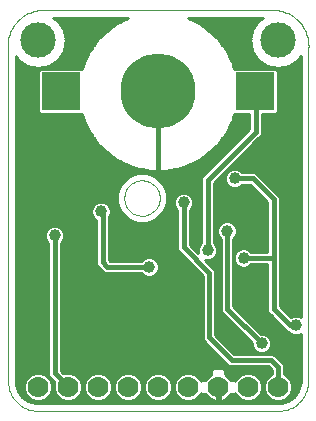
<source format=gbl>
G75*
%MOIN*%
%OFA0B0*%
%FSLAX24Y24*%
%IPPOS*%
%LPD*%
%AMOC8*
5,1,8,0,0,1.08239X$1,22.5*
%
%ADD10C,0.0000*%
%ADD11C,0.1181*%
%ADD12C,0.2500*%
%ADD13R,0.1260X0.1260*%
%ADD14C,0.0700*%
%ADD15C,0.0160*%
%ADD16C,0.0397*%
%ADD17C,0.0100*%
D10*
X001756Y001447D02*
X001756Y012403D01*
X001746Y012471D01*
X001741Y012539D01*
X001739Y012607D01*
X001741Y012675D01*
X001747Y012743D01*
X001757Y012811D01*
X001770Y012878D01*
X001788Y012944D01*
X001809Y013009D01*
X001833Y013072D01*
X001861Y013134D01*
X001893Y013195D01*
X001928Y013254D01*
X001966Y013310D01*
X002007Y013365D01*
X002051Y013417D01*
X002098Y013466D01*
X002148Y013513D01*
X002200Y013557D01*
X002255Y013598D01*
X002312Y013635D01*
X002371Y013670D01*
X002431Y013701D01*
X002494Y013729D01*
X002558Y013753D01*
X002623Y013773D01*
X002689Y013790D01*
X002756Y013803D01*
X010756Y013803D01*
X010823Y013790D01*
X010889Y013773D01*
X010954Y013753D01*
X011018Y013729D01*
X011081Y013701D01*
X011141Y013670D01*
X011200Y013635D01*
X011257Y013598D01*
X011312Y013557D01*
X011364Y013513D01*
X011414Y013466D01*
X011461Y013417D01*
X011505Y013365D01*
X011546Y013310D01*
X011584Y013254D01*
X011619Y013195D01*
X011651Y013134D01*
X011679Y013072D01*
X011703Y013009D01*
X011724Y012944D01*
X011742Y012878D01*
X011755Y012811D01*
X011765Y012743D01*
X011771Y012675D01*
X011773Y012607D01*
X011771Y012539D01*
X011766Y012471D01*
X011756Y012403D01*
X011756Y001447D01*
X011754Y001387D01*
X011749Y001326D01*
X011740Y001267D01*
X011727Y001208D01*
X011711Y001149D01*
X011691Y001092D01*
X011668Y001037D01*
X011641Y000982D01*
X011612Y000930D01*
X011579Y000879D01*
X011543Y000830D01*
X011505Y000784D01*
X011463Y000740D01*
X011419Y000698D01*
X011373Y000660D01*
X011324Y000624D01*
X011273Y000591D01*
X011221Y000562D01*
X011166Y000535D01*
X011111Y000512D01*
X011054Y000492D01*
X010995Y000476D01*
X010936Y000463D01*
X010877Y000454D01*
X010816Y000449D01*
X010756Y000447D01*
X002756Y000447D01*
X002696Y000449D01*
X002635Y000454D01*
X002576Y000463D01*
X002517Y000476D01*
X002458Y000492D01*
X002401Y000512D01*
X002346Y000535D01*
X002291Y000562D01*
X002239Y000591D01*
X002188Y000624D01*
X002139Y000660D01*
X002093Y000698D01*
X002049Y000740D01*
X002007Y000784D01*
X001969Y000830D01*
X001933Y000879D01*
X001900Y000930D01*
X001871Y000982D01*
X001844Y001037D01*
X001821Y001092D01*
X001801Y001149D01*
X001785Y001208D01*
X001772Y001267D01*
X001763Y001326D01*
X001758Y001387D01*
X001756Y001447D01*
X005630Y007544D02*
X005632Y007592D01*
X005638Y007640D01*
X005648Y007687D01*
X005661Y007733D01*
X005679Y007778D01*
X005699Y007822D01*
X005724Y007864D01*
X005752Y007903D01*
X005782Y007940D01*
X005816Y007974D01*
X005853Y008006D01*
X005891Y008035D01*
X005932Y008060D01*
X005975Y008082D01*
X006020Y008100D01*
X006066Y008114D01*
X006113Y008125D01*
X006161Y008132D01*
X006209Y008135D01*
X006257Y008134D01*
X006305Y008129D01*
X006353Y008120D01*
X006399Y008108D01*
X006444Y008091D01*
X006488Y008071D01*
X006530Y008048D01*
X006570Y008021D01*
X006608Y007991D01*
X006643Y007958D01*
X006675Y007922D01*
X006705Y007884D01*
X006731Y007843D01*
X006753Y007800D01*
X006773Y007756D01*
X006788Y007711D01*
X006800Y007664D01*
X006808Y007616D01*
X006812Y007568D01*
X006812Y007520D01*
X006808Y007472D01*
X006800Y007424D01*
X006788Y007377D01*
X006773Y007332D01*
X006753Y007288D01*
X006731Y007245D01*
X006705Y007204D01*
X006675Y007166D01*
X006643Y007130D01*
X006608Y007097D01*
X006570Y007067D01*
X006530Y007040D01*
X006488Y007017D01*
X006444Y006997D01*
X006399Y006980D01*
X006353Y006968D01*
X006305Y006959D01*
X006257Y006954D01*
X006209Y006953D01*
X006161Y006956D01*
X006113Y006963D01*
X006066Y006974D01*
X006020Y006988D01*
X005975Y007006D01*
X005932Y007028D01*
X005891Y007053D01*
X005853Y007082D01*
X005816Y007114D01*
X005782Y007148D01*
X005752Y007185D01*
X005724Y007224D01*
X005699Y007266D01*
X005679Y007310D01*
X005661Y007355D01*
X005648Y007401D01*
X005638Y007448D01*
X005632Y007496D01*
X005630Y007544D01*
D11*
X002756Y012803D03*
X010756Y012803D03*
D12*
X006756Y011097D03*
D13*
X003518Y011097D03*
X009994Y011097D03*
D14*
X009756Y001247D03*
X008756Y001247D03*
X007756Y001247D03*
X006756Y001247D03*
X005756Y001247D03*
X004756Y001247D03*
X003756Y001247D03*
X002756Y001247D03*
X010756Y001247D03*
D15*
X010756Y001897D01*
X010506Y002147D01*
X009206Y002147D01*
X008456Y002897D01*
X008456Y005047D01*
X007606Y005897D01*
X007606Y007397D01*
X008406Y008147D02*
X010006Y009747D01*
X010006Y011085D01*
X009994Y011097D01*
X011206Y011647D02*
X011206Y011747D01*
X009206Y013047D02*
X009006Y013047D01*
X006756Y011097D02*
X006756Y008397D01*
X008406Y008147D02*
X008406Y005797D01*
X009056Y006447D02*
X009056Y003847D01*
X010206Y002697D01*
X011156Y003297D02*
X010606Y003847D01*
X010606Y005547D01*
X009606Y005547D01*
X010606Y005547D02*
X010606Y007497D01*
X009906Y008197D01*
X009306Y008197D01*
X009606Y007447D02*
X009606Y007347D01*
X011356Y005597D02*
X011356Y005547D01*
X011406Y005497D01*
X011356Y003297D02*
X011156Y003297D01*
X007506Y005347D02*
X007506Y005447D01*
X006456Y005247D02*
X005056Y005247D01*
X004906Y005397D01*
X004906Y007047D01*
X004856Y007097D01*
X003306Y006297D02*
X003306Y001697D01*
X003756Y001247D01*
X003956Y003197D02*
X003956Y003297D01*
X004306Y009297D02*
X004506Y009297D01*
D16*
X004306Y009297D03*
X004856Y007097D03*
X003306Y006297D03*
X002606Y006447D03*
X006456Y005247D03*
X007506Y005347D03*
X008406Y005797D03*
X009056Y006447D03*
X009606Y007347D03*
X009306Y008197D03*
X007606Y007397D03*
X009606Y005547D03*
X011356Y005597D03*
X011356Y003297D03*
X010206Y002697D03*
X003956Y003297D03*
X011206Y011747D03*
X009006Y013047D03*
D17*
X008782Y012819D02*
X008744Y012857D01*
X008710Y012901D01*
X008699Y012902D01*
X008561Y013040D01*
X008560Y013050D01*
X008517Y013084D01*
X008478Y013123D01*
X008467Y013123D01*
X008314Y013243D01*
X008311Y013254D01*
X008264Y013282D01*
X008221Y013316D01*
X008211Y013314D01*
X008044Y013415D01*
X008040Y013425D01*
X007990Y013448D01*
X007943Y013476D01*
X007933Y013474D01*
X007756Y013553D01*
X010248Y013553D01*
X010103Y013456D01*
X009903Y013156D01*
X009832Y012803D01*
X009903Y012449D01*
X010103Y012150D01*
X010403Y011950D01*
X010756Y011879D01*
X011110Y011950D01*
X011409Y012150D01*
X011506Y012295D01*
X011506Y003590D01*
X011421Y003625D01*
X011291Y003625D01*
X011173Y003576D01*
X010816Y003934D01*
X010816Y007584D01*
X010116Y008284D01*
X009993Y008407D01*
X009561Y008407D01*
X009492Y008475D01*
X009371Y008525D01*
X009241Y008525D01*
X009120Y008475D01*
X009028Y008383D01*
X008978Y008262D01*
X008978Y008131D01*
X009028Y008011D01*
X009120Y007918D01*
X009241Y007868D01*
X009371Y007868D01*
X009492Y007918D01*
X009561Y007987D01*
X009819Y007987D01*
X010396Y007410D01*
X010396Y005757D01*
X009861Y005757D01*
X009792Y005825D01*
X009671Y005875D01*
X009541Y005875D01*
X009420Y005825D01*
X009328Y005733D01*
X009278Y005612D01*
X009278Y005481D01*
X009328Y005361D01*
X009420Y005268D01*
X009541Y005218D01*
X009671Y005218D01*
X009792Y005268D01*
X009861Y005337D01*
X010396Y005337D01*
X010396Y003760D01*
X010519Y003637D01*
X011069Y003087D01*
X011102Y003087D01*
X011170Y003018D01*
X011291Y002968D01*
X011421Y002968D01*
X011506Y003003D01*
X011506Y001447D01*
X011497Y001329D01*
X011424Y001106D01*
X011286Y000916D01*
X011097Y000778D01*
X010873Y000706D01*
X010756Y000697D01*
X002756Y000697D01*
X002639Y000706D01*
X002416Y000778D01*
X002226Y000916D01*
X002088Y001106D01*
X002015Y001329D01*
X002006Y001447D01*
X002006Y012295D01*
X002103Y012150D01*
X002403Y011950D01*
X002756Y011879D01*
X003110Y011950D01*
X003409Y012150D01*
X003610Y012449D01*
X003680Y012803D01*
X003610Y013156D01*
X003409Y013456D01*
X003264Y013553D01*
X005756Y013553D01*
X005579Y013474D01*
X005569Y013476D01*
X005522Y013448D01*
X005472Y013425D01*
X005468Y013415D01*
X005302Y013314D01*
X005291Y013316D01*
X005248Y013282D01*
X005201Y013254D01*
X005198Y013243D01*
X005045Y013123D01*
X005034Y013123D01*
X004995Y013084D01*
X004952Y013050D01*
X004951Y013040D01*
X004813Y012902D01*
X004802Y012901D01*
X004769Y012857D01*
X004730Y012819D01*
X004730Y012808D01*
X004610Y012655D01*
X004599Y012652D01*
X004571Y012605D01*
X004537Y012562D01*
X004538Y012551D01*
X004437Y012384D01*
X004427Y012381D01*
X004405Y012331D01*
X004377Y012284D01*
X004379Y012273D01*
X004299Y012096D01*
X004290Y012091D01*
X004273Y012038D01*
X004251Y011988D01*
X004255Y011978D01*
X004213Y011845D01*
X004202Y011857D01*
X002834Y011857D01*
X002758Y011780D01*
X002758Y010413D01*
X002834Y010337D01*
X004202Y010337D01*
X004213Y010348D01*
X004255Y010215D01*
X004251Y010205D01*
X004273Y010155D01*
X004290Y010103D01*
X004299Y010098D01*
X004379Y009920D01*
X004377Y009910D01*
X004405Y009863D01*
X004427Y009813D01*
X004437Y009809D01*
X004538Y009642D01*
X004537Y009631D01*
X004571Y009588D01*
X004599Y009541D01*
X004610Y009539D01*
X004730Y009385D01*
X004730Y009375D01*
X004769Y009336D01*
X004802Y009293D01*
X004813Y009291D01*
X004951Y009154D01*
X004952Y009143D01*
X004995Y009109D01*
X005034Y009070D01*
X005045Y009070D01*
X005198Y008950D01*
X005201Y008940D01*
X005248Y008911D01*
X005291Y008878D01*
X005302Y008879D01*
X005468Y008778D01*
X005472Y008768D01*
X005522Y008746D01*
X005569Y008717D01*
X005579Y008720D01*
X005757Y008640D01*
X005762Y008630D01*
X005815Y008614D01*
X005865Y008591D01*
X005875Y008595D01*
X006061Y008537D01*
X006067Y008528D01*
X006121Y008519D01*
X006173Y008502D01*
X006182Y008507D01*
X006374Y008472D01*
X006381Y008464D01*
X006436Y008461D01*
X006490Y008451D01*
X006499Y008457D01*
X006693Y008445D01*
X006701Y008438D01*
X006756Y008441D01*
X006811Y008438D01*
X006819Y008445D01*
X007013Y008457D01*
X007022Y008451D01*
X007076Y008461D01*
X007131Y008464D01*
X007138Y008472D01*
X007330Y008507D01*
X007339Y008502D01*
X007392Y008519D01*
X007445Y008528D01*
X007452Y008537D01*
X007638Y008595D01*
X007648Y008591D01*
X007698Y008614D01*
X007750Y008630D01*
X007755Y008640D01*
X007933Y008720D01*
X007943Y008717D01*
X007990Y008746D01*
X008040Y008768D01*
X008044Y008778D01*
X008211Y008879D01*
X008221Y008878D01*
X008264Y008911D01*
X008311Y008940D01*
X008314Y008950D01*
X008467Y009070D01*
X008478Y009070D01*
X008517Y009109D01*
X008560Y009143D01*
X008561Y009154D01*
X008699Y009291D01*
X008710Y009293D01*
X008744Y009336D01*
X008782Y009375D01*
X008782Y009385D01*
X008903Y009539D01*
X008913Y009541D01*
X008941Y009588D01*
X008975Y009631D01*
X008974Y009642D01*
X009075Y009809D01*
X009085Y009813D01*
X009107Y009863D01*
X009136Y009910D01*
X009133Y009920D01*
X009213Y010098D01*
X009223Y010103D01*
X009239Y010155D01*
X009261Y010205D01*
X009258Y010215D01*
X009299Y010348D01*
X009311Y010337D01*
X009796Y010337D01*
X009796Y009834D01*
X008196Y008234D01*
X008196Y006051D01*
X008128Y005983D01*
X008078Y005862D01*
X008078Y005731D01*
X008084Y005716D01*
X007816Y005984D01*
X007816Y007142D01*
X007885Y007211D01*
X007935Y007331D01*
X007935Y007462D01*
X007885Y007583D01*
X007792Y007675D01*
X007671Y007725D01*
X007541Y007725D01*
X007420Y007675D01*
X007328Y007583D01*
X007278Y007462D01*
X007278Y007331D01*
X007328Y007211D01*
X007396Y007142D01*
X007396Y005984D01*
X007396Y005810D01*
X008246Y004960D01*
X008246Y002810D01*
X008996Y002060D01*
X009119Y001937D01*
X010419Y001937D01*
X010546Y001810D01*
X010546Y001679D01*
X010484Y001654D01*
X010349Y001519D01*
X010276Y001342D01*
X010276Y001151D01*
X010349Y000975D01*
X010484Y000840D01*
X010661Y000767D01*
X010852Y000767D01*
X011028Y000840D01*
X011163Y000975D01*
X011236Y001151D01*
X011236Y001342D01*
X011163Y001519D01*
X011028Y001654D01*
X010966Y001679D01*
X010966Y001984D01*
X010843Y002107D01*
X010593Y002357D01*
X009293Y002357D01*
X008666Y002984D01*
X008666Y005134D01*
X008543Y005257D01*
X008325Y005475D01*
X008341Y005468D01*
X008471Y005468D01*
X008592Y005518D01*
X008685Y005611D01*
X008735Y005731D01*
X008735Y005862D01*
X008685Y005983D01*
X008616Y006051D01*
X008616Y008060D01*
X010093Y009537D01*
X010216Y009660D01*
X010216Y010337D01*
X010678Y010337D01*
X010754Y010413D01*
X010754Y011780D01*
X010678Y011857D01*
X009311Y011857D01*
X009299Y011845D01*
X009258Y011978D01*
X009261Y011988D01*
X009239Y012038D01*
X009223Y012091D01*
X009213Y012096D01*
X009133Y012273D01*
X009136Y012284D01*
X009107Y012331D01*
X009085Y012381D01*
X009075Y012384D01*
X008974Y012551D01*
X008975Y012562D01*
X009880Y012562D01*
X009900Y012464D02*
X009027Y012464D01*
X008975Y012562D02*
X008941Y012605D01*
X008913Y012652D01*
X008903Y012655D01*
X008782Y012808D01*
X008782Y012819D01*
X008743Y012858D02*
X009843Y012858D01*
X009841Y012759D02*
X008821Y012759D01*
X008898Y012661D02*
X009861Y012661D01*
X009863Y012956D02*
X008645Y012956D01*
X008555Y013055D02*
X009882Y013055D01*
X009902Y013153D02*
X008429Y013153D01*
X008312Y013252D02*
X009966Y013252D01*
X010032Y013350D02*
X008152Y013350D01*
X007989Y013449D02*
X010098Y013449D01*
X010239Y013547D02*
X007769Y013547D01*
X009092Y012365D02*
X009959Y012365D01*
X010025Y012267D02*
X009136Y012267D01*
X009180Y012168D02*
X010091Y012168D01*
X010223Y012070D02*
X009229Y012070D01*
X009260Y011971D02*
X010370Y011971D01*
X010754Y011774D02*
X011506Y011774D01*
X011506Y011676D02*
X010754Y011676D01*
X010754Y011577D02*
X011506Y011577D01*
X011506Y011479D02*
X010754Y011479D01*
X010754Y011380D02*
X011506Y011380D01*
X011506Y011282D02*
X010754Y011282D01*
X010754Y011183D02*
X011506Y011183D01*
X011506Y011085D02*
X010754Y011085D01*
X010754Y010986D02*
X011506Y010986D01*
X011506Y010888D02*
X010754Y010888D01*
X010754Y010789D02*
X011506Y010789D01*
X011506Y010691D02*
X010754Y010691D01*
X010754Y010592D02*
X011506Y010592D01*
X011506Y010494D02*
X010754Y010494D01*
X010737Y010395D02*
X011506Y010395D01*
X011506Y010297D02*
X010216Y010297D01*
X010216Y010198D02*
X011506Y010198D01*
X011506Y010100D02*
X010216Y010100D01*
X010216Y010001D02*
X011506Y010001D01*
X011506Y009903D02*
X010216Y009903D01*
X010216Y009804D02*
X011506Y009804D01*
X011506Y009706D02*
X010216Y009706D01*
X010164Y009607D02*
X011506Y009607D01*
X011506Y009509D02*
X010065Y009509D01*
X009967Y009410D02*
X011506Y009410D01*
X011506Y009312D02*
X009868Y009312D01*
X009770Y009213D02*
X011506Y009213D01*
X011506Y009115D02*
X009671Y009115D01*
X009573Y009016D02*
X011506Y009016D01*
X011506Y008918D02*
X009474Y008918D01*
X009376Y008819D02*
X011506Y008819D01*
X011506Y008721D02*
X009277Y008721D01*
X009179Y008622D02*
X011506Y008622D01*
X011506Y008524D02*
X009375Y008524D01*
X009237Y008524D02*
X009080Y008524D01*
X009070Y008425D02*
X008982Y008425D01*
X009004Y008327D02*
X008883Y008327D01*
X008978Y008228D02*
X008785Y008228D01*
X008686Y008130D02*
X008978Y008130D01*
X009019Y008031D02*
X008616Y008031D01*
X008616Y007933D02*
X009106Y007933D01*
X009507Y007933D02*
X009873Y007933D01*
X009972Y007834D02*
X008616Y007834D01*
X008616Y007736D02*
X010070Y007736D01*
X010169Y007637D02*
X008616Y007637D01*
X008616Y007539D02*
X010267Y007539D01*
X010366Y007440D02*
X008616Y007440D01*
X008616Y007342D02*
X010396Y007342D01*
X010396Y007243D02*
X008616Y007243D01*
X008616Y007145D02*
X010396Y007145D01*
X010396Y007046D02*
X008616Y007046D01*
X008616Y006948D02*
X010396Y006948D01*
X010396Y006849D02*
X008616Y006849D01*
X008616Y006751D02*
X008932Y006751D01*
X008991Y006775D02*
X008870Y006725D01*
X008778Y006633D01*
X008728Y006512D01*
X008728Y006381D01*
X008778Y006261D01*
X008846Y006192D01*
X008846Y003934D01*
X008846Y003760D01*
X009878Y002728D01*
X009878Y002631D01*
X009928Y002511D01*
X010020Y002418D01*
X010141Y002368D01*
X010271Y002368D01*
X010392Y002418D01*
X010485Y002511D01*
X010535Y002631D01*
X010535Y002762D01*
X010485Y002883D01*
X010392Y002975D01*
X010271Y003025D01*
X010175Y003025D01*
X009266Y003934D01*
X009266Y006192D01*
X009335Y006261D01*
X009385Y006381D01*
X009385Y006512D01*
X009335Y006633D01*
X009242Y006725D01*
X009121Y006775D01*
X008991Y006775D01*
X009180Y006751D02*
X010396Y006751D01*
X010396Y006652D02*
X009315Y006652D01*
X009367Y006554D02*
X010396Y006554D01*
X010396Y006455D02*
X009385Y006455D01*
X009374Y006357D02*
X010396Y006357D01*
X010396Y006258D02*
X009332Y006258D01*
X009266Y006160D02*
X010396Y006160D01*
X010396Y006061D02*
X009266Y006061D01*
X009266Y005963D02*
X010396Y005963D01*
X010396Y005864D02*
X009698Y005864D01*
X009852Y005766D02*
X010396Y005766D01*
X010816Y005766D02*
X011506Y005766D01*
X011506Y005864D02*
X010816Y005864D01*
X010816Y005963D02*
X011506Y005963D01*
X011506Y006061D02*
X010816Y006061D01*
X010816Y006160D02*
X011506Y006160D01*
X011506Y006258D02*
X010816Y006258D01*
X010816Y006357D02*
X011506Y006357D01*
X011506Y006455D02*
X010816Y006455D01*
X010816Y006554D02*
X011506Y006554D01*
X011506Y006652D02*
X010816Y006652D01*
X010816Y006751D02*
X011506Y006751D01*
X011506Y006849D02*
X010816Y006849D01*
X010816Y006948D02*
X011506Y006948D01*
X011506Y007046D02*
X010816Y007046D01*
X010816Y007145D02*
X011506Y007145D01*
X011506Y007243D02*
X010816Y007243D01*
X010816Y007342D02*
X011506Y007342D01*
X011506Y007440D02*
X010816Y007440D01*
X010816Y007539D02*
X011506Y007539D01*
X011506Y007637D02*
X010763Y007637D01*
X010664Y007736D02*
X011506Y007736D01*
X011506Y007834D02*
X010566Y007834D01*
X010467Y007933D02*
X011506Y007933D01*
X011506Y008031D02*
X010369Y008031D01*
X010270Y008130D02*
X011506Y008130D01*
X011506Y008228D02*
X010172Y008228D01*
X010073Y008327D02*
X011506Y008327D01*
X011506Y008425D02*
X009542Y008425D01*
X008979Y009016D02*
X008398Y009016D01*
X008275Y008918D02*
X008880Y008918D01*
X008782Y008819D02*
X008112Y008819D01*
X007949Y008721D02*
X008683Y008721D01*
X008585Y008622D02*
X007724Y008622D01*
X007420Y008524D02*
X008486Y008524D01*
X008388Y008425D02*
X002006Y008425D01*
X002006Y008327D02*
X005916Y008327D01*
X006054Y008384D02*
X005745Y008256D01*
X005509Y008020D01*
X005381Y007711D01*
X005381Y007376D01*
X005509Y007067D01*
X005745Y006831D01*
X006054Y006703D01*
X006389Y006703D01*
X006698Y006831D01*
X006934Y007067D01*
X007062Y007376D01*
X007062Y007711D01*
X006934Y008020D01*
X006698Y008256D01*
X006389Y008384D01*
X006054Y008384D01*
X006093Y008524D02*
X002006Y008524D01*
X002006Y008622D02*
X005788Y008622D01*
X005563Y008721D02*
X002006Y008721D01*
X002006Y008819D02*
X005400Y008819D01*
X005237Y008918D02*
X002006Y008918D01*
X002006Y009016D02*
X005114Y009016D01*
X004988Y009115D02*
X002006Y009115D01*
X002006Y009213D02*
X004891Y009213D01*
X004788Y009312D02*
X002006Y009312D01*
X002006Y009410D02*
X004710Y009410D01*
X004633Y009509D02*
X002006Y009509D01*
X002006Y009607D02*
X004556Y009607D01*
X004500Y009706D02*
X002006Y009706D01*
X002006Y009804D02*
X004440Y009804D01*
X004381Y009903D02*
X002006Y009903D01*
X002006Y010001D02*
X004343Y010001D01*
X004296Y010100D02*
X002006Y010100D01*
X002006Y010198D02*
X004254Y010198D01*
X004229Y010297D02*
X002006Y010297D01*
X002006Y010395D02*
X002776Y010395D01*
X002758Y010494D02*
X002006Y010494D01*
X002006Y010592D02*
X002758Y010592D01*
X002758Y010691D02*
X002006Y010691D01*
X002006Y010789D02*
X002758Y010789D01*
X002758Y010888D02*
X002006Y010888D01*
X002006Y010986D02*
X002758Y010986D01*
X002758Y011085D02*
X002006Y011085D01*
X002006Y011183D02*
X002758Y011183D01*
X002758Y011282D02*
X002006Y011282D01*
X002006Y011380D02*
X002758Y011380D01*
X002758Y011479D02*
X002006Y011479D01*
X002006Y011577D02*
X002758Y011577D01*
X002758Y011676D02*
X002006Y011676D01*
X002006Y011774D02*
X002758Y011774D01*
X002370Y011971D02*
X002006Y011971D01*
X002006Y011873D02*
X004222Y011873D01*
X004252Y011971D02*
X003142Y011971D01*
X003289Y012070D02*
X004283Y012070D01*
X004332Y012168D02*
X003422Y012168D01*
X003487Y012267D02*
X004376Y012267D01*
X004421Y012365D02*
X003553Y012365D01*
X003612Y012464D02*
X004485Y012464D01*
X004537Y012562D02*
X003632Y012562D01*
X003652Y012661D02*
X004614Y012661D01*
X004692Y012759D02*
X003671Y012759D01*
X003669Y012858D02*
X004769Y012858D01*
X004867Y012956D02*
X003649Y012956D01*
X003630Y013055D02*
X004958Y013055D01*
X005083Y013153D02*
X003610Y013153D01*
X003546Y013252D02*
X005200Y013252D01*
X005361Y013350D02*
X003480Y013350D01*
X003414Y013449D02*
X005524Y013449D01*
X005743Y013547D02*
X003273Y013547D01*
X002025Y012267D02*
X002006Y012267D01*
X002006Y012168D02*
X002091Y012168D01*
X002006Y012070D02*
X002223Y012070D01*
X006527Y008327D02*
X008289Y008327D01*
X008196Y008228D02*
X006726Y008228D01*
X006824Y008130D02*
X008196Y008130D01*
X008196Y008031D02*
X006923Y008031D01*
X006970Y007933D02*
X008196Y007933D01*
X008196Y007834D02*
X007011Y007834D01*
X007052Y007736D02*
X008196Y007736D01*
X008196Y007637D02*
X007830Y007637D01*
X007903Y007539D02*
X008196Y007539D01*
X008196Y007440D02*
X007935Y007440D01*
X007935Y007342D02*
X008196Y007342D01*
X008196Y007243D02*
X007898Y007243D01*
X007819Y007145D02*
X008196Y007145D01*
X008196Y007046D02*
X007816Y007046D01*
X007816Y006948D02*
X008196Y006948D01*
X008196Y006849D02*
X007816Y006849D01*
X007816Y006751D02*
X008196Y006751D01*
X008196Y006652D02*
X007816Y006652D01*
X007816Y006554D02*
X008196Y006554D01*
X008196Y006455D02*
X007816Y006455D01*
X007816Y006357D02*
X008196Y006357D01*
X008196Y006258D02*
X007816Y006258D01*
X007816Y006160D02*
X008196Y006160D01*
X008196Y006061D02*
X007816Y006061D01*
X007837Y005963D02*
X008119Y005963D01*
X008079Y005864D02*
X007936Y005864D01*
X008034Y005766D02*
X008078Y005766D01*
X008330Y005470D02*
X008336Y005470D01*
X008428Y005372D02*
X008846Y005372D01*
X008846Y005470D02*
X008476Y005470D01*
X008643Y005569D02*
X008846Y005569D01*
X008846Y005667D02*
X008708Y005667D01*
X008735Y005766D02*
X008846Y005766D01*
X008846Y005864D02*
X008734Y005864D01*
X008693Y005963D02*
X008846Y005963D01*
X008846Y006061D02*
X008616Y006061D01*
X008616Y006160D02*
X008846Y006160D01*
X008780Y006258D02*
X008616Y006258D01*
X008616Y006357D02*
X008738Y006357D01*
X008728Y006455D02*
X008616Y006455D01*
X008616Y006554D02*
X008745Y006554D01*
X008797Y006652D02*
X008616Y006652D01*
X009266Y005864D02*
X009514Y005864D01*
X009361Y005766D02*
X009266Y005766D01*
X009266Y005667D02*
X009301Y005667D01*
X009278Y005569D02*
X009266Y005569D01*
X009266Y005470D02*
X009282Y005470D01*
X009266Y005372D02*
X009323Y005372D01*
X009266Y005273D02*
X009415Y005273D01*
X009266Y005175D02*
X010396Y005175D01*
X010396Y005273D02*
X009797Y005273D01*
X009266Y005076D02*
X010396Y005076D01*
X010396Y004978D02*
X009266Y004978D01*
X009266Y004879D02*
X010396Y004879D01*
X010396Y004781D02*
X009266Y004781D01*
X009266Y004682D02*
X010396Y004682D01*
X010396Y004584D02*
X009266Y004584D01*
X009266Y004485D02*
X010396Y004485D01*
X010396Y004387D02*
X009266Y004387D01*
X009266Y004288D02*
X010396Y004288D01*
X010396Y004190D02*
X009266Y004190D01*
X009266Y004091D02*
X010396Y004091D01*
X010396Y003993D02*
X009266Y003993D01*
X009306Y003894D02*
X010396Y003894D01*
X010396Y003796D02*
X009404Y003796D01*
X009503Y003697D02*
X010459Y003697D01*
X010557Y003599D02*
X009601Y003599D01*
X009700Y003500D02*
X010656Y003500D01*
X010754Y003402D02*
X009798Y003402D01*
X009897Y003303D02*
X010853Y003303D01*
X010951Y003205D02*
X009995Y003205D01*
X010094Y003106D02*
X011050Y003106D01*
X011196Y003008D02*
X010313Y003008D01*
X010458Y002909D02*
X011506Y002909D01*
X011506Y002811D02*
X010514Y002811D01*
X010535Y002712D02*
X011506Y002712D01*
X011506Y002614D02*
X010527Y002614D01*
X010486Y002515D02*
X011506Y002515D01*
X011506Y002417D02*
X010388Y002417D01*
X010632Y002318D02*
X011506Y002318D01*
X011506Y002220D02*
X010730Y002220D01*
X010829Y002121D02*
X011506Y002121D01*
X011506Y002023D02*
X010927Y002023D01*
X010966Y001924D02*
X011506Y001924D01*
X011506Y001826D02*
X010966Y001826D01*
X010966Y001727D02*
X011506Y001727D01*
X011506Y001629D02*
X011053Y001629D01*
X011151Y001530D02*
X011506Y001530D01*
X011505Y001432D02*
X011199Y001432D01*
X011236Y001333D02*
X011497Y001333D01*
X011466Y001235D02*
X011236Y001235D01*
X011230Y001136D02*
X011434Y001136D01*
X011375Y001038D02*
X011189Y001038D01*
X011127Y000939D02*
X011303Y000939D01*
X011182Y000841D02*
X011029Y000841D01*
X010985Y000742D02*
X002527Y000742D01*
X002484Y000840D02*
X002349Y000975D01*
X002276Y001151D01*
X002276Y001342D01*
X002349Y001519D01*
X002484Y001654D01*
X002661Y001727D01*
X002852Y001727D01*
X003028Y001654D01*
X003163Y001519D01*
X003236Y001342D01*
X003236Y001151D01*
X003163Y000975D01*
X003028Y000840D01*
X002852Y000767D01*
X002661Y000767D01*
X002484Y000840D01*
X002483Y000841D02*
X002330Y000841D01*
X002385Y000939D02*
X002209Y000939D01*
X002138Y001038D02*
X002323Y001038D01*
X002282Y001136D02*
X002078Y001136D01*
X002046Y001235D02*
X002276Y001235D01*
X002276Y001333D02*
X002015Y001333D01*
X002007Y001432D02*
X002313Y001432D01*
X002361Y001530D02*
X002006Y001530D01*
X002006Y001629D02*
X002459Y001629D01*
X002006Y001727D02*
X003096Y001727D01*
X003096Y001629D02*
X003053Y001629D01*
X003096Y001610D02*
X003302Y001404D01*
X003276Y001342D01*
X003276Y001151D01*
X003349Y000975D01*
X003484Y000840D01*
X003661Y000767D01*
X003852Y000767D01*
X004028Y000840D01*
X004163Y000975D01*
X004236Y001151D01*
X004236Y001342D01*
X004163Y001519D01*
X004028Y001654D01*
X003852Y001727D01*
X003661Y001727D01*
X003599Y001701D01*
X003516Y001784D01*
X003516Y006042D01*
X003585Y006111D01*
X003635Y006231D01*
X003635Y006362D01*
X003585Y006483D01*
X003492Y006575D01*
X003371Y006625D01*
X003241Y006625D01*
X003120Y006575D01*
X003028Y006483D01*
X002978Y006362D01*
X002978Y006231D01*
X003028Y006111D01*
X003096Y006042D01*
X003096Y001610D01*
X003151Y001530D02*
X003176Y001530D01*
X003199Y001432D02*
X003274Y001432D01*
X003276Y001333D02*
X003236Y001333D01*
X003236Y001235D02*
X003276Y001235D01*
X003282Y001136D02*
X003230Y001136D01*
X003189Y001038D02*
X003323Y001038D01*
X003385Y000939D02*
X003127Y000939D01*
X003029Y000841D02*
X003483Y000841D01*
X004029Y000841D02*
X004483Y000841D01*
X004484Y000840D02*
X004661Y000767D01*
X004852Y000767D01*
X005028Y000840D01*
X005163Y000975D01*
X005236Y001151D01*
X005236Y001342D01*
X005163Y001519D01*
X005028Y001654D01*
X004852Y001727D01*
X004661Y001727D01*
X004484Y001654D01*
X004349Y001519D01*
X004276Y001342D01*
X004276Y001151D01*
X004349Y000975D01*
X004484Y000840D01*
X004385Y000939D02*
X004127Y000939D01*
X004189Y001038D02*
X004323Y001038D01*
X004282Y001136D02*
X004230Y001136D01*
X004236Y001235D02*
X004276Y001235D01*
X004276Y001333D02*
X004236Y001333D01*
X004199Y001432D02*
X004313Y001432D01*
X004361Y001530D02*
X004151Y001530D01*
X004053Y001629D02*
X004459Y001629D01*
X005053Y001629D02*
X005459Y001629D01*
X005484Y001654D02*
X005349Y001519D01*
X005276Y001342D01*
X005276Y001151D01*
X005349Y000975D01*
X005484Y000840D01*
X005661Y000767D01*
X005852Y000767D01*
X006028Y000840D01*
X006163Y000975D01*
X006236Y001151D01*
X006236Y001342D01*
X006163Y001519D01*
X006028Y001654D01*
X005852Y001727D01*
X005661Y001727D01*
X005484Y001654D01*
X005361Y001530D02*
X005151Y001530D01*
X005199Y001432D02*
X005313Y001432D01*
X005276Y001333D02*
X005236Y001333D01*
X005236Y001235D02*
X005276Y001235D01*
X005282Y001136D02*
X005230Y001136D01*
X005189Y001038D02*
X005323Y001038D01*
X005385Y000939D02*
X005127Y000939D01*
X005029Y000841D02*
X005483Y000841D01*
X006029Y000841D02*
X006483Y000841D01*
X006484Y000840D02*
X006661Y000767D01*
X006852Y000767D01*
X007028Y000840D01*
X007163Y000975D01*
X007236Y001151D01*
X007236Y001342D01*
X007163Y001519D01*
X007028Y001654D01*
X006852Y001727D01*
X006661Y001727D01*
X006484Y001654D01*
X006349Y001519D01*
X006276Y001342D01*
X006276Y001151D01*
X006349Y000975D01*
X006484Y000840D01*
X006385Y000939D02*
X006127Y000939D01*
X006189Y001038D02*
X006323Y001038D01*
X006282Y001136D02*
X006230Y001136D01*
X006236Y001235D02*
X006276Y001235D01*
X006276Y001333D02*
X006236Y001333D01*
X006199Y001432D02*
X006313Y001432D01*
X006361Y001530D02*
X006151Y001530D01*
X006053Y001629D02*
X006459Y001629D01*
X007053Y001629D02*
X007459Y001629D01*
X007484Y001654D02*
X007349Y001519D01*
X007276Y001342D01*
X007276Y001151D01*
X007349Y000975D01*
X007484Y000840D01*
X007661Y000767D01*
X007852Y000767D01*
X008028Y000840D01*
X008163Y000975D01*
X008187Y001032D01*
X008202Y001017D01*
X008335Y001017D01*
X008346Y000995D01*
X008390Y000934D01*
X008443Y000881D01*
X008505Y000836D01*
X008572Y000802D01*
X008644Y000778D01*
X008708Y000768D01*
X008708Y001198D01*
X008805Y001198D01*
X008805Y000768D01*
X008869Y000778D01*
X008940Y000802D01*
X009008Y000836D01*
X009069Y000881D01*
X009122Y000934D01*
X009167Y000995D01*
X009178Y001017D01*
X009310Y001017D01*
X009325Y001032D01*
X009349Y000975D01*
X009484Y000840D01*
X009661Y000767D01*
X009852Y000767D01*
X010028Y000840D01*
X010163Y000975D01*
X010236Y001151D01*
X010236Y001342D01*
X010163Y001519D01*
X010028Y001654D01*
X009852Y001727D01*
X009661Y001727D01*
X009484Y001654D01*
X009349Y001519D01*
X009325Y001461D01*
X009310Y001477D01*
X009178Y001477D01*
X009167Y001498D01*
X009122Y001559D01*
X009069Y001613D01*
X009008Y001657D01*
X008986Y001668D01*
X008986Y001801D01*
X008910Y001877D01*
X008602Y001877D01*
X008526Y001801D01*
X008526Y001668D01*
X008505Y001657D01*
X008443Y001613D01*
X008390Y001559D01*
X008346Y001498D01*
X008335Y001477D01*
X008202Y001477D01*
X008187Y001461D01*
X008163Y001519D01*
X008028Y001654D01*
X007852Y001727D01*
X007661Y001727D01*
X007484Y001654D01*
X007361Y001530D02*
X007151Y001530D01*
X007199Y001432D02*
X007313Y001432D01*
X007276Y001333D02*
X007236Y001333D01*
X007236Y001235D02*
X007276Y001235D01*
X007282Y001136D02*
X007230Y001136D01*
X007189Y001038D02*
X007323Y001038D01*
X007385Y000939D02*
X007127Y000939D01*
X007029Y000841D02*
X007483Y000841D01*
X008029Y000841D02*
X008498Y000841D01*
X008386Y000939D02*
X008127Y000939D01*
X008708Y000939D02*
X008805Y000939D01*
X008805Y000841D02*
X008708Y000841D01*
X008708Y001038D02*
X008805Y001038D01*
X008805Y001136D02*
X008708Y001136D01*
X009014Y000841D02*
X009483Y000841D01*
X009385Y000939D02*
X009126Y000939D01*
X009143Y001530D02*
X009361Y001530D01*
X009459Y001629D02*
X009047Y001629D01*
X008986Y001727D02*
X010546Y001727D01*
X010530Y001826D02*
X008961Y001826D01*
X009033Y002023D02*
X003516Y002023D01*
X003516Y002121D02*
X008935Y002121D01*
X008836Y002220D02*
X003516Y002220D01*
X003516Y002318D02*
X008738Y002318D01*
X008639Y002417D02*
X003516Y002417D01*
X003516Y002515D02*
X008541Y002515D01*
X008442Y002614D02*
X003516Y002614D01*
X003516Y002712D02*
X008344Y002712D01*
X008246Y002811D02*
X003516Y002811D01*
X003516Y002909D02*
X008246Y002909D01*
X008246Y003008D02*
X003516Y003008D01*
X003516Y003106D02*
X008246Y003106D01*
X008246Y003205D02*
X003516Y003205D01*
X003516Y003303D02*
X008246Y003303D01*
X008246Y003402D02*
X003516Y003402D01*
X003516Y003500D02*
X008246Y003500D01*
X008246Y003599D02*
X003516Y003599D01*
X003516Y003697D02*
X008246Y003697D01*
X008246Y003796D02*
X003516Y003796D01*
X003516Y003894D02*
X008246Y003894D01*
X008246Y003993D02*
X003516Y003993D01*
X003516Y004091D02*
X008246Y004091D01*
X008246Y004190D02*
X003516Y004190D01*
X003516Y004288D02*
X008246Y004288D01*
X008246Y004387D02*
X003516Y004387D01*
X003516Y004485D02*
X008246Y004485D01*
X008246Y004584D02*
X003516Y004584D01*
X003516Y004682D02*
X008246Y004682D01*
X008246Y004781D02*
X003516Y004781D01*
X003516Y004879D02*
X008246Y004879D01*
X008228Y004978D02*
X006652Y004978D01*
X006642Y004968D02*
X006735Y005061D01*
X006785Y005181D01*
X006785Y005312D01*
X006735Y005433D01*
X006642Y005525D01*
X006521Y005575D01*
X006391Y005575D01*
X006270Y005525D01*
X006202Y005457D01*
X005143Y005457D01*
X005116Y005484D01*
X005116Y006892D01*
X005135Y006911D01*
X005185Y007031D01*
X005185Y007162D01*
X005135Y007283D01*
X005042Y007375D01*
X004921Y007425D01*
X004791Y007425D01*
X004670Y007375D01*
X004578Y007283D01*
X004528Y007162D01*
X004528Y007031D01*
X004578Y006911D01*
X004670Y006818D01*
X004696Y006807D01*
X004696Y005310D01*
X004819Y005187D01*
X004969Y005037D01*
X006202Y005037D01*
X006270Y004968D01*
X006391Y004918D01*
X006521Y004918D01*
X006642Y004968D01*
X006741Y005076D02*
X008130Y005076D01*
X008031Y005175D02*
X006782Y005175D01*
X006785Y005273D02*
X007933Y005273D01*
X007834Y005372D02*
X006760Y005372D01*
X006697Y005470D02*
X007736Y005470D01*
X007637Y005569D02*
X006537Y005569D01*
X006375Y005569D02*
X005116Y005569D01*
X005116Y005667D02*
X007539Y005667D01*
X007440Y005766D02*
X005116Y005766D01*
X005116Y005864D02*
X007396Y005864D01*
X007396Y005963D02*
X005116Y005963D01*
X005116Y006061D02*
X007396Y006061D01*
X007396Y006160D02*
X005116Y006160D01*
X005116Y006258D02*
X007396Y006258D01*
X007396Y006357D02*
X005116Y006357D01*
X005116Y006455D02*
X007396Y006455D01*
X007396Y006554D02*
X005116Y006554D01*
X005116Y006652D02*
X007396Y006652D01*
X007396Y006751D02*
X006504Y006751D01*
X006716Y006849D02*
X007396Y006849D01*
X007396Y006948D02*
X006814Y006948D01*
X006913Y007046D02*
X007396Y007046D01*
X007394Y007145D02*
X006966Y007145D01*
X007007Y007243D02*
X007314Y007243D01*
X007278Y007342D02*
X007048Y007342D01*
X007062Y007440D02*
X007278Y007440D01*
X007309Y007539D02*
X007062Y007539D01*
X007062Y007637D02*
X007382Y007637D01*
X005939Y006751D02*
X005116Y006751D01*
X005116Y006849D02*
X005727Y006849D01*
X005629Y006948D02*
X005150Y006948D01*
X005185Y007046D02*
X005530Y007046D01*
X005477Y007145D02*
X005185Y007145D01*
X005151Y007243D02*
X005436Y007243D01*
X005395Y007342D02*
X005076Y007342D01*
X005381Y007440D02*
X002006Y007440D01*
X002006Y007342D02*
X004637Y007342D01*
X004561Y007243D02*
X002006Y007243D01*
X002006Y007145D02*
X004528Y007145D01*
X004528Y007046D02*
X002006Y007046D01*
X002006Y006948D02*
X004562Y006948D01*
X004639Y006849D02*
X002006Y006849D01*
X002006Y006751D02*
X004696Y006751D01*
X004696Y006652D02*
X002006Y006652D01*
X002006Y006554D02*
X003099Y006554D01*
X003016Y006455D02*
X002006Y006455D01*
X002006Y006357D02*
X002978Y006357D01*
X002978Y006258D02*
X002006Y006258D01*
X002006Y006160D02*
X003007Y006160D01*
X003077Y006061D02*
X002006Y006061D01*
X002006Y005963D02*
X003096Y005963D01*
X003096Y005864D02*
X002006Y005864D01*
X002006Y005766D02*
X003096Y005766D01*
X003096Y005667D02*
X002006Y005667D01*
X002006Y005569D02*
X003096Y005569D01*
X003096Y005470D02*
X002006Y005470D01*
X002006Y005372D02*
X003096Y005372D01*
X003096Y005273D02*
X002006Y005273D01*
X002006Y005175D02*
X003096Y005175D01*
X003096Y005076D02*
X002006Y005076D01*
X002006Y004978D02*
X003096Y004978D01*
X003096Y004879D02*
X002006Y004879D01*
X002006Y004781D02*
X003096Y004781D01*
X003096Y004682D02*
X002006Y004682D01*
X002006Y004584D02*
X003096Y004584D01*
X003096Y004485D02*
X002006Y004485D01*
X002006Y004387D02*
X003096Y004387D01*
X003096Y004288D02*
X002006Y004288D01*
X002006Y004190D02*
X003096Y004190D01*
X003096Y004091D02*
X002006Y004091D01*
X002006Y003993D02*
X003096Y003993D01*
X003096Y003894D02*
X002006Y003894D01*
X002006Y003796D02*
X003096Y003796D01*
X003096Y003697D02*
X002006Y003697D01*
X002006Y003599D02*
X003096Y003599D01*
X003096Y003500D02*
X002006Y003500D01*
X002006Y003402D02*
X003096Y003402D01*
X003096Y003303D02*
X002006Y003303D01*
X002006Y003205D02*
X003096Y003205D01*
X003096Y003106D02*
X002006Y003106D01*
X002006Y003008D02*
X003096Y003008D01*
X003096Y002909D02*
X002006Y002909D01*
X002006Y002811D02*
X003096Y002811D01*
X003096Y002712D02*
X002006Y002712D01*
X002006Y002614D02*
X003096Y002614D01*
X003096Y002515D02*
X002006Y002515D01*
X002006Y002417D02*
X003096Y002417D01*
X003096Y002318D02*
X002006Y002318D01*
X002006Y002220D02*
X003096Y002220D01*
X003096Y002121D02*
X002006Y002121D01*
X002006Y002023D02*
X003096Y002023D01*
X003096Y001924D02*
X002006Y001924D01*
X002006Y001826D02*
X003096Y001826D01*
X003516Y001826D02*
X008551Y001826D01*
X008526Y001727D02*
X003573Y001727D01*
X003516Y001924D02*
X010432Y001924D01*
X010459Y001629D02*
X010053Y001629D01*
X010151Y001530D02*
X010361Y001530D01*
X010313Y001432D02*
X010199Y001432D01*
X010236Y001333D02*
X010276Y001333D01*
X010276Y001235D02*
X010236Y001235D01*
X010230Y001136D02*
X010282Y001136D01*
X010323Y001038D02*
X010189Y001038D01*
X010127Y000939D02*
X010385Y000939D01*
X010483Y000841D02*
X010029Y000841D01*
X008465Y001629D02*
X008053Y001629D01*
X008151Y001530D02*
X008369Y001530D01*
X009233Y002417D02*
X010024Y002417D01*
X009926Y002515D02*
X009135Y002515D01*
X009036Y002614D02*
X009885Y002614D01*
X009878Y002712D02*
X008938Y002712D01*
X008839Y002811D02*
X009795Y002811D01*
X009697Y002909D02*
X008741Y002909D01*
X008666Y003008D02*
X009598Y003008D01*
X009500Y003106D02*
X008666Y003106D01*
X008666Y003205D02*
X009401Y003205D01*
X009303Y003303D02*
X008666Y003303D01*
X008666Y003402D02*
X009204Y003402D01*
X009106Y003500D02*
X008666Y003500D01*
X008666Y003599D02*
X009007Y003599D01*
X008909Y003697D02*
X008666Y003697D01*
X008666Y003796D02*
X008846Y003796D01*
X008846Y003894D02*
X008666Y003894D01*
X008666Y003993D02*
X008846Y003993D01*
X008846Y004091D02*
X008666Y004091D01*
X008666Y004190D02*
X008846Y004190D01*
X008846Y004288D02*
X008666Y004288D01*
X008666Y004387D02*
X008846Y004387D01*
X008846Y004485D02*
X008666Y004485D01*
X008666Y004584D02*
X008846Y004584D01*
X008846Y004682D02*
X008666Y004682D01*
X008666Y004781D02*
X008846Y004781D01*
X008846Y004879D02*
X008666Y004879D01*
X008666Y004978D02*
X008846Y004978D01*
X008846Y005076D02*
X008666Y005076D01*
X008625Y005175D02*
X008846Y005175D01*
X008846Y005273D02*
X008527Y005273D01*
X006261Y004978D02*
X003516Y004978D01*
X003516Y005076D02*
X004930Y005076D01*
X004831Y005175D02*
X003516Y005175D01*
X003516Y005273D02*
X004733Y005273D01*
X004696Y005372D02*
X003516Y005372D01*
X003516Y005470D02*
X004696Y005470D01*
X004696Y005569D02*
X003516Y005569D01*
X003516Y005667D02*
X004696Y005667D01*
X004696Y005766D02*
X003516Y005766D01*
X003516Y005864D02*
X004696Y005864D01*
X004696Y005963D02*
X003516Y005963D01*
X003535Y006061D02*
X004696Y006061D01*
X004696Y006160D02*
X003605Y006160D01*
X003635Y006258D02*
X004696Y006258D01*
X004696Y006357D02*
X003635Y006357D01*
X003596Y006455D02*
X004696Y006455D01*
X004696Y006554D02*
X003514Y006554D01*
X002006Y007539D02*
X005381Y007539D01*
X005381Y007637D02*
X002006Y007637D01*
X002006Y007736D02*
X005391Y007736D01*
X005432Y007834D02*
X002006Y007834D01*
X002006Y007933D02*
X005473Y007933D01*
X005520Y008031D02*
X002006Y008031D01*
X002006Y008130D02*
X005619Y008130D01*
X005717Y008228D02*
X002006Y008228D01*
X005130Y005470D02*
X006215Y005470D01*
X008524Y009115D02*
X009077Y009115D01*
X009176Y009213D02*
X008621Y009213D01*
X008725Y009312D02*
X009274Y009312D01*
X009373Y009410D02*
X008802Y009410D01*
X008879Y009509D02*
X009471Y009509D01*
X009570Y009607D02*
X008956Y009607D01*
X009012Y009706D02*
X009668Y009706D01*
X009767Y009804D02*
X009072Y009804D01*
X009131Y009903D02*
X009796Y009903D01*
X009796Y010001D02*
X009170Y010001D01*
X009217Y010100D02*
X009796Y010100D01*
X009796Y010198D02*
X009258Y010198D01*
X009283Y010297D02*
X009796Y010297D01*
X009290Y011873D02*
X011506Y011873D01*
X011506Y011971D02*
X011142Y011971D01*
X011289Y012070D02*
X011506Y012070D01*
X011506Y012168D02*
X011422Y012168D01*
X011487Y012267D02*
X011506Y012267D01*
X011506Y005667D02*
X010816Y005667D01*
X010816Y005569D02*
X011506Y005569D01*
X011506Y005470D02*
X010816Y005470D01*
X010816Y005372D02*
X011506Y005372D01*
X011506Y005273D02*
X010816Y005273D01*
X010816Y005175D02*
X011506Y005175D01*
X011506Y005076D02*
X010816Y005076D01*
X010816Y004978D02*
X011506Y004978D01*
X011506Y004879D02*
X010816Y004879D01*
X010816Y004781D02*
X011506Y004781D01*
X011506Y004682D02*
X010816Y004682D01*
X010816Y004584D02*
X011506Y004584D01*
X011506Y004485D02*
X010816Y004485D01*
X010816Y004387D02*
X011506Y004387D01*
X011506Y004288D02*
X010816Y004288D01*
X010816Y004190D02*
X011506Y004190D01*
X011506Y004091D02*
X010816Y004091D01*
X010816Y003993D02*
X011506Y003993D01*
X011506Y003894D02*
X010856Y003894D01*
X010954Y003796D02*
X011506Y003796D01*
X011506Y003697D02*
X011053Y003697D01*
X011151Y003599D02*
X011227Y003599D01*
X011485Y003599D02*
X011506Y003599D01*
M02*

</source>
